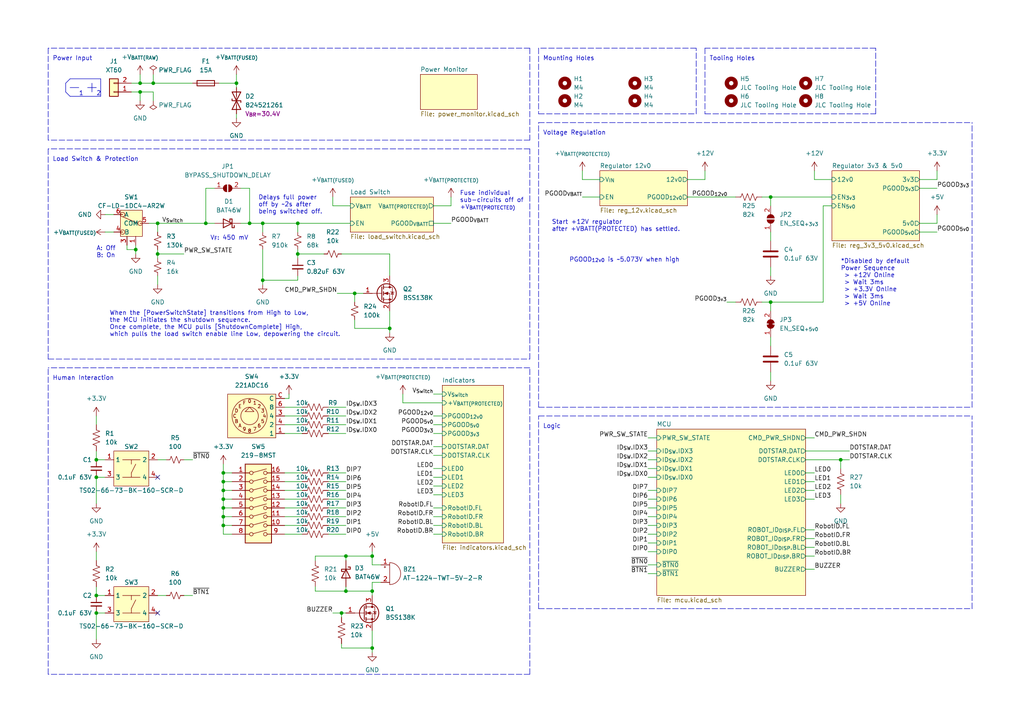
<source format=kicad_sch>
(kicad_sch (version 20211123) (generator eeschema)
  (paper "A4")
  (title_block (title "Control") (date "2023-02-06") (rev "1.0.0") (company "The A-Team (RC SSL)") (comment 1 "W. Stuckey & R. Osawa"))
  (junction (at 64.77 147.32))
  (junction (at 107.95 171.45))
  (junction (at 40.64 24.13))
  (junction (at 100.33 161.29))
  (junction (at 45.72 73.66))
  (junction (at 72.39 64.77))
  (junction (at 68.58 24.13))
  (junction (at 39.37 72.39))
  (junction (at 107.95 161.29))
  (junction (at 64.77 149.86))
  (junction (at 76.2 64.77))
  (junction (at 40.64 26.67))
  (junction (at 99.06 177.8))
  (junction (at 243.84 133.35))
  (junction (at 64.77 152.4))
  (junction (at 76.2 81.28))
  (junction (at 107.95 187.96))
  (junction (at 44.45 24.13))
  (junction (at 64.77 139.7))
  (junction (at 113.03 95.25))
  (junction (at 59.69 64.77))
  (junction (at 27.94 177.8))
  (junction (at 102.87 85.09))
  (junction (at 223.52 87.63))
  (junction (at 27.94 172.72))
  (junction (at 27.94 138.43))
  (junction (at 27.94 133.35))
  (junction (at 86.36 73.66))
  (junction (at 100.33 171.45))
  (junction (at 45.72 64.77))
  (junction (at 223.52 57.15))
  (junction (at 64.77 144.78))
  (junction (at 64.77 137.16))
  (junction (at 86.36 64.77))
  (junction (at 64.77 142.24))
  (no_connect (at 45.72 138.43))
  (no_connect (at 45.72 177.8))
  (wire (pts (xy 128.27 152.4) (xy 125.73 152.4)))
  (wire (pts (xy 243.84 133.35) (xy 246.38 133.35)))
  (wire (pts (xy 55.88 24.13) (xy 44.45 24.13)))
  (wire (pts (xy 236.22 52.07) (xy 241.3 52.07)))
  (wire (pts (xy 107.95 171.45) (xy 107.95 172.72)))
  (wire (pts (xy 125.73 59.69) (xy 130.81 59.69)))
  (wire (pts (xy 199.39 57.15) (xy 213.36 57.15)))
  (wire (pts (xy 45.72 172.72) (xy 48.26 172.72)))
  (wire (pts (xy 27.94 138.43) (xy 30.48 138.43)))
  (polyline (pts (xy 281.94 176.53) (xy 281.94 120.65)) (stroke (width 0) (type dash)))
  (wire (pts (xy 233.68 153.67) (xy 236.22 153.67)))
  (polyline (pts (xy 153.67 13.97) (xy 153.67 40.64)) (stroke (width 0) (type dash)))
  (wire (pts (xy 233.68 144.78) (xy 236.22 144.78)))
  (wire (pts (xy 83.82 114.3) (xy 83.82 115.57)))
  (wire (pts (xy 220.98 87.63) (xy 223.52 87.63)))
  (wire (pts (xy 113.03 95.25) (xy 113.03 96.52)))
  (wire (pts (xy 223.52 57.15) (xy 223.52 59.69)))
  (wire (pts (xy 187.96 154.94) (xy 190.5 154.94)))
  (polyline (pts (xy 29.21 22.86) (xy 20.32 22.86)) (stroke (width 0) (type solid)))
  (wire (pts (xy 45.72 73.66) (xy 45.72 74.93)))
  (polyline (pts (xy 153.67 43.18) (xy 13.97 43.18)) (stroke (width 0) (type dash)))
  (wire (pts (xy 266.7 54.61) (xy 271.78 54.61)))
  (wire (pts (xy 128.27 135.89) (xy 125.73 135.89)))
  (wire (pts (xy 99.06 73.66) (xy 113.03 73.66)))
  (wire (pts (xy 82.55 120.65) (xy 87.63 120.65)))
  (wire (pts (xy 128.27 132.08) (xy 125.73 132.08)))
  (wire (pts (xy 43.18 64.77) (xy 45.72 64.77)))
  (wire (pts (xy 64.77 154.94) (xy 67.31 154.94)))
  (polyline (pts (xy 19.05 26.67) (xy 20.32 27.94)) (stroke (width 0) (type solid)))
  (wire (pts (xy 40.64 21.59) (xy 40.64 24.13)))
  (wire (pts (xy 95.25 152.4) (xy 100.33 152.4)))
  (polyline (pts (xy 156.21 118.11) (xy 156.21 35.56)) (stroke (width 0) (type dash)))
  (wire (pts (xy 223.52 57.15) (xy 241.3 57.15)))
  (wire (pts (xy 199.39 52.07) (xy 204.47 52.07)))
  (wire (pts (xy 27.94 172.72) (xy 30.48 172.72)))
  (wire (pts (xy 86.36 73.66) (xy 86.36 74.93)))
  (polyline (pts (xy 153.67 13.97) (xy 13.97 13.97)) (stroke (width 0) (type dash)))
  (wire (pts (xy 110.49 168.91) (xy 107.95 168.91)))
  (wire (pts (xy 125.73 120.65) (xy 128.27 120.65)))
  (wire (pts (xy 210.82 87.63) (xy 213.36 87.63)))
  (wire (pts (xy 82.55 139.7) (xy 87.63 139.7)))
  (wire (pts (xy 187.96 138.43) (xy 190.5 138.43)))
  (wire (pts (xy 187.96 157.48) (xy 190.5 157.48)))
  (wire (pts (xy 233.68 161.29) (xy 236.22 161.29)))
  (wire (pts (xy 27.94 177.8) (xy 27.94 185.42)))
  (wire (pts (xy 68.58 21.59) (xy 68.58 24.13)))
  (wire (pts (xy 64.77 137.16) (xy 67.31 137.16)))
  (wire (pts (xy 30.48 67.31) (xy 33.02 67.31)))
  (polyline (pts (xy 156.21 35.56) (xy 281.94 35.56)) (stroke (width 0) (type dash)))
  (wire (pts (xy 91.44 171.45) (xy 100.33 171.45)))
  (wire (pts (xy 266.7 67.31) (xy 271.78 67.31)))
  (wire (pts (xy 95.25 154.94) (xy 100.33 154.94)))
  (polyline (pts (xy 13.97 13.97) (xy 13.97 40.64)) (stroke (width 0) (type dash)))
  (polyline (pts (xy 201.93 13.97) (xy 156.21 13.97)) (stroke (width 0) (type dash)))
  (wire (pts (xy 82.55 144.78) (xy 87.63 144.78)))
  (polyline (pts (xy 156.21 118.11) (xy 281.94 118.11)) (stroke (width 0) (type dash)))
  (wire (pts (xy 38.1 24.13) (xy 40.64 24.13)))
  (wire (pts (xy 86.36 72.39) (xy 86.36 73.66)))
  (wire (pts (xy 113.03 90.17) (xy 113.03 95.25)))
  (wire (pts (xy 128.27 147.32) (xy 125.73 147.32)))
  (wire (pts (xy 266.7 52.07) (xy 271.78 52.07)))
  (wire (pts (xy 64.77 142.24) (xy 67.31 142.24)))
  (wire (pts (xy 102.87 92.71) (xy 102.87 95.25)))
  (wire (pts (xy 86.36 73.66) (xy 93.98 73.66)))
  (wire (pts (xy 125.73 125.73) (xy 128.27 125.73)))
  (wire (pts (xy 187.96 130.81) (xy 190.5 130.81)))
  (wire (pts (xy 96.52 177.8) (xy 99.06 177.8)))
  (wire (pts (xy 204.47 49.53) (xy 204.47 52.07)))
  (wire (pts (xy 44.45 29.21) (xy 44.45 26.67)))
  (wire (pts (xy 69.85 64.77) (xy 72.39 64.77)))
  (wire (pts (xy 45.72 80.01) (xy 45.72 82.55)))
  (wire (pts (xy 44.45 21.59) (xy 44.45 24.13)))
  (wire (pts (xy 82.55 137.16) (xy 87.63 137.16)))
  (wire (pts (xy 95.25 139.7) (xy 100.33 139.7)))
  (wire (pts (xy 128.27 149.86) (xy 125.73 149.86)))
  (wire (pts (xy 30.48 62.23) (xy 33.02 62.23)))
  (polyline (pts (xy 153.67 40.64) (xy 13.97 40.64)) (stroke (width 0) (type dash)))
  (wire (pts (xy 99.06 177.8) (xy 100.33 177.8)))
  (wire (pts (xy 64.77 142.24) (xy 64.77 144.78)))
  (wire (pts (xy 38.1 26.67) (xy 40.64 26.67)))
  (wire (pts (xy 76.2 81.28) (xy 86.36 81.28)))
  (polyline (pts (xy 13.97 195.58) (xy 13.97 106.68)) (stroke (width 0) (type dash)))
  (wire (pts (xy 27.94 130.81) (xy 27.94 133.35)))
  (polyline (pts (xy 201.93 33.02) (xy 201.93 13.97)) (stroke (width 0) (type dash)))
  (wire (pts (xy 113.03 73.66) (xy 113.03 80.01)))
  (wire (pts (xy 187.96 147.32) (xy 190.5 147.32)))
  (wire (pts (xy 40.64 26.67) (xy 40.64 29.21)))
  (wire (pts (xy 62.23 54.61) (xy 59.69 54.61)))
  (wire (pts (xy 95.25 120.65) (xy 100.33 120.65)))
  (wire (pts (xy 168.91 57.15) (xy 173.99 57.15)))
  (wire (pts (xy 27.94 170.18) (xy 27.94 172.72)))
  (wire (pts (xy 187.96 144.78) (xy 190.5 144.78)))
  (polyline (pts (xy 204.47 13.97) (xy 204.47 33.02)) (stroke (width 0) (type dash)))
  (wire (pts (xy 107.95 187.96) (xy 107.95 189.23)))
  (wire (pts (xy 69.85 54.61) (xy 72.39 54.61)))
  (wire (pts (xy 128.27 116.84) (xy 116.84 116.84)))
  (wire (pts (xy 223.52 67.31) (xy 223.52 69.85)))
  (wire (pts (xy 95.25 149.86) (xy 100.33 149.86)))
  (wire (pts (xy 91.44 170.18) (xy 91.44 171.45)))
  (wire (pts (xy 223.52 77.47) (xy 223.52 80.01)))
  (polyline (pts (xy 13.97 104.14) (xy 153.67 104.14)) (stroke (width 0) (type dash)))
  (wire (pts (xy 63.5 24.13) (xy 68.58 24.13)))
  (wire (pts (xy 190.5 163.83) (xy 187.96 163.83)))
  (wire (pts (xy 107.95 168.91) (xy 107.95 171.45)))
  (polyline (pts (xy 156.21 176.53) (xy 156.21 120.65)) (stroke (width 0) (type dash)))
  (wire (pts (xy 233.68 137.16) (xy 236.22 137.16)))
  (wire (pts (xy 39.37 71.12) (xy 39.37 72.39)))
  (wire (pts (xy 45.72 133.35) (xy 48.26 133.35)))
  (wire (pts (xy 82.55 152.4) (xy 87.63 152.4)))
  (wire (pts (xy 187.96 160.02) (xy 190.5 160.02)))
  (polyline (pts (xy 22.86 25.4) (xy 20.32 25.4)) (stroke (width 0) (type solid)))
  (wire (pts (xy 27.94 138.43) (xy 27.94 146.05)))
  (wire (pts (xy 223.52 87.63) (xy 223.52 90.17)))
  (wire (pts (xy 27.94 160.02) (xy 27.94 162.56)))
  (wire (pts (xy 130.81 57.15) (xy 130.81 59.69)))
  (wire (pts (xy 40.64 24.13) (xy 44.45 24.13)))
  (wire (pts (xy 96.52 57.15) (xy 96.52 59.69)))
  (wire (pts (xy 95.25 137.16) (xy 100.33 137.16)))
  (wire (pts (xy 238.76 59.69) (xy 238.76 87.63)))
  (wire (pts (xy 27.94 120.65) (xy 27.94 123.19)))
  (polyline (pts (xy 254 33.02) (xy 254 13.97)) (stroke (width 0) (type dash)))
  (wire (pts (xy 82.55 118.11) (xy 87.63 118.11)))
  (wire (pts (xy 271.78 64.77) (xy 271.78 62.23)))
  (wire (pts (xy 102.87 85.09) (xy 105.41 85.09)))
  (wire (pts (xy 233.68 142.24) (xy 236.22 142.24)))
  (polyline (pts (xy 26.67 24.13) (xy 26.67 26.67)) (stroke (width 0) (type solid)))
  (wire (pts (xy 236.22 165.1) (xy 233.68 165.1)))
  (wire (pts (xy 187.96 149.86) (xy 190.5 149.86)))
  (wire (pts (xy 59.69 64.77) (xy 62.23 64.77)))
  (wire (pts (xy 168.91 52.07) (xy 173.99 52.07)))
  (polyline (pts (xy 153.67 195.58) (xy 13.97 195.58)) (stroke (width 0) (type dash)))
  (wire (pts (xy 187.96 152.4) (xy 190.5 152.4)))
  (wire (pts (xy 91.44 161.29) (xy 100.33 161.29)))
  (wire (pts (xy 107.95 182.88) (xy 107.95 187.96)))
  (wire (pts (xy 190.5 166.37) (xy 187.96 166.37)))
  (wire (pts (xy 100.33 171.45) (xy 107.95 171.45)))
  (polyline (pts (xy 153.67 195.58) (xy 153.67 106.68)) (stroke (width 0) (type dash)))
  (wire (pts (xy 27.94 133.35) (xy 30.48 133.35)))
  (wire (pts (xy 187.96 127) (xy 190.5 127)))
  (polyline (pts (xy 29.21 27.94) (xy 20.32 27.94)) (stroke (width 0) (type solid)))
  (polyline (pts (xy 20.32 22.86) (xy 19.05 24.13)) (stroke (width 0) (type solid)))
  (wire (pts (xy 64.77 144.78) (xy 67.31 144.78)))
  (wire (pts (xy 95.25 144.78) (xy 100.33 144.78)))
  (wire (pts (xy 233.68 127) (xy 236.22 127)))
  (wire (pts (xy 36.83 72.39) (xy 39.37 72.39)))
  (wire (pts (xy 107.95 160.02) (xy 107.95 161.29)))
  (polyline (pts (xy 281.94 118.11) (xy 281.94 35.56)) (stroke (width 0) (type dash)))
  (wire (pts (xy 64.77 152.4) (xy 67.31 152.4)))
  (wire (pts (xy 100.33 161.29) (xy 107.95 161.29)))
  (wire (pts (xy 40.64 26.67) (xy 44.45 26.67)))
  (wire (pts (xy 82.55 147.32) (xy 87.63 147.32)))
  (wire (pts (xy 45.72 73.66) (xy 53.34 73.66)))
  (wire (pts (xy 64.77 149.86) (xy 64.77 152.4)))
  (wire (pts (xy 39.37 72.39) (xy 39.37 73.66)))
  (wire (pts (xy 99.06 179.07) (xy 99.06 177.8)))
  (wire (pts (xy 64.77 139.7) (xy 64.77 142.24)))
  (wire (pts (xy 95.25 118.11) (xy 100.33 118.11)))
  (polyline (pts (xy 13.97 43.18) (xy 13.97 104.14)) (stroke (width 0) (type dash)))
  (wire (pts (xy 68.58 33.02) (xy 68.58 34.29)))
  (wire (pts (xy 128.27 140.97) (xy 125.73 140.97)))
  (wire (pts (xy 64.77 134.62) (xy 64.77 137.16)))
  (wire (pts (xy 64.77 137.16) (xy 64.77 139.7)))
  (wire (pts (xy 233.68 156.21) (xy 236.22 156.21)))
  (wire (pts (xy 53.34 133.35) (xy 55.88 133.35)))
  (wire (pts (xy 223.52 107.95) (xy 223.52 110.49)))
  (polyline (pts (xy 156.21 13.97) (xy 156.21 33.02)) (stroke (width 0) (type dash)))
  (wire (pts (xy 59.69 54.61) (xy 59.69 64.77)))
  (wire (pts (xy 125.73 114.3) (xy 128.27 114.3)))
  (wire (pts (xy 76.2 64.77) (xy 86.36 64.77)))
  (wire (pts (xy 128.27 138.43) (xy 125.73 138.43)))
  (wire (pts (xy 236.22 49.53) (xy 236.22 52.07)))
  (wire (pts (xy 107.95 161.29) (xy 107.95 163.83)))
  (wire (pts (xy 64.77 144.78) (xy 64.77 147.32)))
  (wire (pts (xy 220.98 57.15) (xy 223.52 57.15)))
  (wire (pts (xy 271.78 52.07) (xy 271.78 49.53)))
  (polyline (pts (xy 29.21 22.86) (xy 29.21 27.94)) (stroke (width 0) (type solid)))
  (wire (pts (xy 86.36 64.77) (xy 86.36 67.31)))
  (wire (pts (xy 168.91 49.53) (xy 168.91 52.07)))
  (wire (pts (xy 243.84 143.51) (xy 243.84 146.05)))
  (wire (pts (xy 233.68 133.35) (xy 243.84 133.35)))
  (wire (pts (xy 91.44 162.56) (xy 91.44 161.29)))
  (wire (pts (xy 233.68 139.7) (xy 236.22 139.7)))
  (polyline (pts (xy 153.67 106.68) (xy 13.97 106.68)) (stroke (width 0) (type dash)))
  (wire (pts (xy 76.2 81.28) (xy 76.2 82.55)))
  (wire (pts (xy 107.95 163.83) (xy 110.49 163.83)))
  (wire (pts (xy 128.27 154.94) (xy 125.73 154.94)))
  (wire (pts (xy 96.52 59.69) (xy 101.6 59.69)))
  (wire (pts (xy 116.84 116.84) (xy 116.84 114.3)))
  (wire (pts (xy 86.36 80.01) (xy 86.36 81.28)))
  (wire (pts (xy 82.55 125.73) (xy 87.63 125.73)))
  (wire (pts (xy 99.06 186.69) (xy 99.06 187.96)))
  (polyline (pts (xy 156.21 176.53) (xy 281.94 176.53)) (stroke (width 0) (type dash)))
  (wire (pts (xy 27.94 177.8) (xy 30.48 177.8)))
  (wire (pts (xy 100.33 170.18) (xy 100.33 171.45)))
  (wire (pts (xy 76.2 72.39) (xy 76.2 81.28)))
  (wire (pts (xy 95.25 123.19) (xy 100.33 123.19)))
  (wire (pts (xy 95.25 142.24) (xy 100.33 142.24)))
  (wire (pts (xy 233.68 130.81) (xy 246.38 130.81)))
  (wire (pts (xy 72.39 64.77) (xy 76.2 64.77)))
  (polyline (pts (xy 156.21 33.02) (xy 201.93 33.02)) (stroke (width 0) (type dash)))
  (wire (pts (xy 125.73 123.19) (xy 128.27 123.19)))
  (wire (pts (xy 187.96 133.35) (xy 190.5 133.35)))
  (wire (pts (xy 82.55 123.19) (xy 87.63 123.19)))
  (wire (pts (xy 72.39 54.61) (xy 72.39 64.77)))
  (polyline (pts (xy 27.94 25.4) (xy 25.4 25.4)) (stroke (width 0) (type solid)))
  (wire (pts (xy 187.96 135.89) (xy 190.5 135.89)))
  (wire (pts (xy 102.87 85.09) (xy 102.87 87.63)))
  (wire (pts (xy 86.36 64.77) (xy 101.6 64.77)))
  (wire (pts (xy 45.72 72.39) (xy 45.72 73.66)))
  (wire (pts (xy 100.33 162.56) (xy 100.33 161.29)))
  (wire (pts (xy 223.52 87.63) (xy 238.76 87.63)))
  (wire (pts (xy 99.06 187.96) (xy 107.95 187.96)))
  (wire (pts (xy 64.77 147.32) (xy 67.31 147.32)))
  (wire (pts (xy 95.25 125.73) (xy 100.33 125.73)))
  (polyline (pts (xy 254 13.97) (xy 204.47 13.97)) (stroke (width 0) (type dash)))
  (wire (pts (xy 125.73 64.77) (xy 130.81 64.77)))
  (wire (pts (xy 243.84 133.35) (xy 243.84 135.89)))
  (wire (pts (xy 128.27 129.54) (xy 125.73 129.54)))
  (wire (pts (xy 82.55 115.57) (xy 83.82 115.57)))
  (polyline (pts (xy 153.67 104.14) (xy 153.67 43.18)) (stroke (width 0) (type dash)))
  (wire (pts (xy 45.72 64.77) (xy 59.69 64.77)))
  (wire (pts (xy 64.77 149.86) (xy 67.31 149.86)))
  (wire (pts (xy 233.68 158.75) (xy 236.22 158.75)))
  (wire (pts (xy 76.2 64.77) (xy 76.2 67.31)))
  (wire (pts (xy 64.77 152.4) (xy 64.77 154.94)))
  (wire (pts (xy 223.52 97.79) (xy 223.52 100.33)))
  (polyline (pts (xy 19.05 24.13) (xy 19.05 26.67)) (stroke (width 0) (type solid)))
  (wire (pts (xy 95.25 147.32) (xy 100.33 147.32)))
  (wire (pts (xy 187.96 142.24) (xy 190.5 142.24)))
  (wire (pts (xy 64.77 147.32) (xy 64.77 149.86)))
  (wire (pts (xy 82.55 149.86) (xy 87.63 149.86)))
  (wire (pts (xy 128.27 143.51) (xy 125.73 143.51)))
  (wire (pts (xy 82.55 154.94) (xy 87.63 154.94)))
  (wire (pts (xy 97.79 85.09) (xy 102.87 85.09)))
  (polyline (pts (xy 204.47 33.02) (xy 254 33.02)) (stroke (width 0) (type dash)))
  (wire (pts (xy 53.34 172.72) (xy 55.88 172.72)))
  (wire (pts (xy 266.7 64.77) (xy 271.78 64.77)))
  (wire (pts (xy 64.77 139.7) (xy 67.31 139.7)))
  (polyline (pts (xy 156.21 120.65) (xy 281.94 120.65)) (stroke (width 0) (type dash)))
  (wire (pts (xy 36.83 71.12) (xy 36.83 72.39)))
  (wire (pts (xy 45.72 64.77) (xy 45.72 67.31)))
  (wire (pts (xy 102.87 95.25) (xy 113.03 95.25)))
  (wire (pts (xy 82.55 142.24) (xy 87.63 142.24)))
  (wire (pts (xy 238.76 59.69) (xy 241.3 59.69)))
  (wire (pts (xy 68.58 25.4) (xy 68.58 24.13)))
  (text "V_{F}: 450 mV" (at 60.96 69.85 0) (effects (font (size 1.27 1.27)) (justify left bottom)))
  (text "Fuse individual\nsub-circuits off of\n+V_{BATT(PROTECTED)}" (at 133.35 60.96 0) (effects (font (size 1.27 1.27)) (justify left bottom)))
  (text "Voltage Regulation" (at 157.48 39.37 0) (effects (font (size 1.27 1.27)) (justify left bottom)))
  (text "When the [PowerSwitchState] transitions from High to Low,\nthe MCU initiates the shutdown sequence.\nOnce complete, the MCU pulls [ShutdownComplete] High,\nwhich pulls the load switch enable line Low, depowering the circuit." (at 31.75 97.79 0) (effects (font (size 1.27 1.27)) (justify left bottom)))
  (text "A: Off\nB: On" (at 27.94 74.93 0) (effects (font (size 1.27 1.27)) (justify left bottom)))
  (text "Load Switch & Protection" (at 15.24 46.99 0) (effects (font (size 1.27 1.27)) (justify left bottom)))
  (text "Tooling Holes" (at 205.74 17.78 0) (effects (font (size 1.27 1.27)) (justify left bottom)))
  (text "Logic" (at 157.48 124.46 0) (effects (font (size 1.27 1.27)) (justify left bottom)))
  (text "PGOOD_{12v0} is ~5.073V when high" (at 165.1 76.2 0) (effects (font (size 1.27 1.27)) (justify left bottom)))
  (text "2" (at 27.94 27.94 0) (effects (font (size 1.27 1.27)) (justify left bottom)))
  (text "Start +12V regulator\nafter +VBATT(PROTECTED) has settled." (at 160.02 67.31 0) (effects (font (size 1.27 1.27)) (justify left bottom)))
  (text "1" (at 22.86 27.94 0) (effects (font (size 1.27 1.27)) (justify left bottom)))
  (text "Human Interaction" (at 15.24 110.49 0) (effects (font (size 1.27 1.27)) (justify left bottom)))
  (text "Mounting Holes" (at 157.48 17.78 0) (effects (font (size 1.27 1.27)) (justify left bottom)))
  (text "*Disabled by default\nPower Sequence\n > +12V Online\n > Wait 3ms\n > +3.3V Online\n > Wait 3ms\n > +5V Online" (at 243.84 88.9 0) (effects (font (size 1.27 1.27)) (justify left bottom)))
  (text "Power Input" (at 15.24 17.78 0) (effects (font (size 1.27 1.27)) (justify left bottom)))
  (text "Delays full power\noff by ~2s after\nbeing switched off." (at 74.93 62.23 0) (effects (font (size 1.27 1.27)) (justify left bottom)))
  (label "RobotID.FL" (at 125.73 147.32 180))
  (label "CMD_PWR_SHDN" (at 236.22 127 0))
  (label "DIP2" (at 187.96 154.94 180))
  (label "LED1" (at 125.73 138.43 180))
  (label "RobotID.FR" (at 125.73 149.86 180))
  (label "ID_{SW}.IDX3" (at 100.33 118.11 0))
  (label "PWR_SW_STATE" (at 53.34 73.66 0))
  (label "DIP0" (at 187.96 160.02 180))
  (label "PGOOD_{VBATT}" (at 130.81 64.77 0))
  (label "RobotID.BL" (at 125.73 152.4 180))
  (label "~{BTN1}" (at 187.96 166.37 180))
  (label "BUZZER" (at 96.52 177.8 180))
  (label "DIP5" (at 187.96 147.32 180))
  (label "DIP3" (at 187.96 152.4 180))
  (label "DIP4" (at 187.96 149.86 180))
  (label "PGOOD_{3v3}" (at 125.73 125.73 180))
  (label "PGOOD_{12v0}" (at 125.73 120.65 180))
  (label "DIP5" (at 100.33 142.24 0))
  (label "V_{Switch}" (at 46.99 64.77 0))
  (label "DOTSTAR.CLK" (at 246.38 133.35 0))
  (label "DIP3" (at 100.33 147.32 0))
  (label "DIP6" (at 100.33 139.7 0))
  (label "RobotID.BR" (at 236.22 161.29 0))
  (label "DIP1" (at 100.33 152.4 0))
  (label "PGOOD_{5v0}" (at 125.73 123.19 180))
  (label "DIP7" (at 100.33 137.16 0))
  (label "LED2" (at 125.73 140.97 180))
  (label "LED3" (at 236.22 144.78 0))
  (label "~{BTN0}" (at 187.96 163.83 180))
  (label "ID_{SW}.IDX2" (at 187.96 133.35 180))
  (label "LED2" (at 236.22 142.24 0))
  (label "ID_{SW}.IDX1" (at 187.96 135.89 180))
  (label "~{BTN1}" (at 55.88 172.72 0))
  (label "DIP1" (at 187.96 157.48 180))
  (label "LED0" (at 125.73 135.89 180))
  (label "ID_{SW}.IDX2" (at 100.33 120.65 0))
  (label "DIP0" (at 100.33 154.94 0))
  (label "RobotID.FR" (at 236.22 156.21 0))
  (label "DOTSTAR.CLK" (at 125.73 132.08 180))
  (label "PWR_SW_STATE" (at 187.96 127 180))
  (label "RobotID.BL" (at 236.22 158.75 0))
  (label "CMD_PWR_SHDN" (at 97.79 85.09 180))
  (label "V_{Switch}" (at 125.73 114.3 180))
  (label "DIP7" (at 187.96 142.24 180))
  (label "ID_{SW}.IDX3" (at 187.96 130.81 180))
  (label "BUZZER" (at 236.22 165.1 0))
  (label "ID_{SW}.IDX0" (at 187.96 138.43 180))
  (label "PGOOD_{5v0}" (at 271.78 67.31 0))
  (label "ID_{SW}.IDX0" (at 100.33 125.73 0))
  (label "DOTSTAR.DAT" (at 125.73 129.54 180))
  (label "RobotID.FL" (at 236.22 153.67 0))
  (label "PGOOD_{3v3}" (at 271.78 54.61 0))
  (label "PGOOD_{3v3}" (at 210.82 87.63 180))
  (label "~{BTN0}" (at 55.88 133.35 0))
  (label "DIP2" (at 100.33 149.86 0))
  (label "LED0" (at 236.22 137.16 0))
  (label "DIP6" (at 187.96 144.78 180))
  (label "DOTSTAR.DAT" (at 246.38 130.81 0))
  (label "PGOOD_{12v0}" (at 200.66 57.15 0))
  (label "RobotID.BR" (at 125.73 154.94 180))
  (label "PGOOD_{VBATT}" (at 168.91 57.15 180))
  (label "LED1" (at 236.22 139.7 0))
  (label "DIP4" (at 100.33 144.78 0))
  (label "ID_{SW}.IDX1" (at 100.33 123.19 0))
  (label "LED3" (at 125.73 143.51 180))
  (symbol (lib_id "AT-Supplies:+V_{BATT(FUSED)}") (at 30.48 67.31 90) (unit 1) (in_bom no) (on_board no)
    (property "Reference" "#PWR06" (effects hide))
    (property "Value" "+V_{BATT(FUSED)}" (at 27.94 67.3079 90) (effects (justify left)))
  )
  (symbol (lib_id "power:+12V") (at 204.47 49.53 0) (unit 1)
    (property "Reference" "#PWR023" (effects hide))
    (property "Value" "+12V" (at 204.47 44.45 0))
  )
  (symbol (lib_id "Device:R_US") (at 91.44 123.19 270) (unit 1)
    (property "Reference" "R11" (at 96.52 121.92 90))
    (property "Value" "10k" (at 87.63 121.92 90))
    (property "Footprint" "Resistor_SMD:R_0402_1005Metric" (effects hide))
  )
  (symbol (lib_id "Device:R_Small_US") (at 45.72 69.85 180) (unit 1)
    (property "Reference" "R3" (at 48.26 68.5799 0) (effects (justify right)))
    (property "Value" "130k" (at 48.26 71.1199 0) (effects (justify right)))
    (property "Footprint" "Resistor_SMD:R_0402_1005Metric" (effects hide))
  )
  (symbol (lib_id "power:GND") (at 27.94 146.05 0) (unit 1)
    (property "Reference" "#PWR02" (effects hide))
    (property "Value" "GND" (at 27.94 151.13 0))
  )
  (symbol (lib_id "Mechanical:MountingHole") (at 163.83 24.13 0) (unit 1) (in_bom no)
    (property "Reference" "H1" (at 166.37 22.8599 0) (effects (justify left)))
    (property "Value" "M4" (at 166.37 25.3999 0) (effects (justify left)))
    (property "Footprint" "MountingHole:MountingHole_4.3mm_M4" (effects hide))
  )
  (symbol (lib_id "Connector_Generic:Conn_01x02") (at 33.02 26.67 180) (unit 1)
    (property "Reference" "J1" (at 33.02 17.78 0))
    (property "Value" "XT60" (at 33.02 20.32 0))
    (property "Footprint" "Connector_AMASS:AMASS_XT60-M_1x02_P7.20mm_Vertical" (effects hide))
  )
  (symbol (lib_id "power:+5V") (at 271.78 62.23 0) (unit 1)
    (property "Reference" "#PWR029" (effects hide))
    (property "Value" "+5V" (at 271.78 57.15 0))
  )
  (symbol (lib_id "Device:R_US") (at 91.44 137.16 270) (unit 1)
    (property "Reference" "R13" (at 96.52 135.89 90))
    (property "Value" "10k" (at 87.63 135.89 90))
    (property "Footprint" "Resistor_SMD:R_0402_1005Metric" (effects hide))
  )
  (symbol (lib_id "Jumper:SolderJumper_2_Bridged") (at 223.52 93.98 90) (unit 1) (in_bom no)
    (property "Reference" "JP3" (at 226.06 92.7099 90) (effects (justify right)))
    (property "Value" "EN_SEQ_{+5v0}" (at 226.06 95.2499 90) (effects (justify right)))
    (property "Footprint" "AT-BoardFeatures:SolderJumper-2_2.0x1.2mm_Closed" (effects hide))
  )
  (symbol (lib_id "power:+3.3V") (at 271.78 49.53 0) (unit 1)
    (property "Reference" "#PWR028" (effects hide))
    (property "Value" "+3.3V" (at 271.78 44.45 0))
  )
  (symbol (lib_id "Mechanical:MountingHole") (at 233.68 29.21 0) (unit 1) (in_bom no)
    (property "Reference" "H8" (at 236.22 27.9399 0) (effects (justify left)))
    (property "Value" "JLC Tooling Hole" (at 236.22 30.4799 0) (effects (justify left)))
    (property "Footprint" "AT-BoardFeatures:JLCPCB_ToolingHole_D1.152mm" (effects hide))
  )
  (symbol (lib_id "power:GND") (at 39.37 73.66 0) (unit 1)
    (property "Reference" "#PWR07" (effects hide))
    (property "Value" "GND" (at 39.37 78.74 0))
  )
  (symbol (lib_id "Mechanical:MountingHole") (at 163.83 29.21 0) (unit 1) (in_bom no)
    (property "Reference" "H2" (at 166.37 27.9399 0) (effects (justify left)))
    (property "Value" "M4" (at 166.37 30.4799 0) (effects (justify left)))
    (property "Footprint" "MountingHole:MountingHole_4.3mm_M4" (effects hide))
  )
  (symbol (lib_id "Device:R_Small_US") (at 76.2 69.85 0) (unit 1)
    (property "Reference" "R7" (at 78.74 68.5799 0) (effects (justify left)))
    (property "Value" "910k" (at 78.74 71.1199 0) (effects (justify left)))
    (property "Footprint" "Resistor_SMD:R_0402_1005Metric" (effects hide))
  )
  (symbol (lib_id "Device:R_US") (at 243.84 139.7 180) (unit 1)
    (property "Reference" "R27" (at 246.38 138.4299 0) (effects (justify right)))
    (property "Value" "10k" (at 246.38 140.9699 0) (effects (justify right)))
    (property "Footprint" "Resistor_SMD:R_0402_1005Metric" (effects hide))
  )
  (symbol (lib_id "power:GND") (at 223.52 80.01 0) (unit 1)
    (property "Reference" "#PWR024" (effects hide))
    (property "Value" "GND" (at 223.52 85.09 0))
  )
  (symbol (lib_id "Device:R_US") (at 217.17 87.63 270) (unit 1)
    (property "Reference" "R26" (at 217.17 90.17 90))
    (property "Value" "82k" (at 217.17 92.71 90))
    (property "Footprint" "Resistor_SMD:R_0402_1005Metric" (effects hide))
  )
  (symbol (lib_id "Device:R_US") (at 91.44 152.4 270) (unit 1)
    (property "Reference" "R19" (at 96.52 151.13 90))
    (property "Value" "10k" (at 87.63 151.13 90))
    (property "Footprint" "Resistor_SMD:R_0402_1005Metric" (effects hide))
  )
  (symbol (lib_id "power:GND") (at 30.48 62.23 270) (unit 1)
    (property "Reference" "#PWR05" (effects hide))
    (property "Value" "GND" (at 26.67 62.2299 90) (effects (justify right)))
  )
  (symbol (lib_id "AT-Supplies:+V_{BATT(FUSED)}") (at 96.52 57.15 0) (unit 1) (in_bom no) (on_board no)
    (property "Reference" "#PWR016" (effects hide))
    (property "Value" "+V_{BATT(FUSED)}" (at 96.522 52.07 0))
  )
  (symbol (lib_id "Device:R_Small_US") (at 96.52 73.66 90) (unit 1)
    (property "Reference" "R22" (at 96.52 67.31 90))
    (property "Value" "10k" (at 96.52 69.85 90))
    (property "Footprint" "Resistor_SMD:R_0402_1005Metric" (effects hide))
  )
  (symbol (lib_id "Mechanical:MountingHole") (at 212.09 24.13 0) (unit 1) (in_bom no)
    (property "Reference" "H5" (at 214.63 22.8599 0) (effects (justify left)))
    (property "Value" "JLC Tooling Hole" (at 214.63 25.3999 0) (effects (justify left)))
    (property "Footprint" "AT-BoardFeatures:JLCPCB_ToolingHole_D1.152mm" (effects hide))
  )
  (symbol (lib_id "power:GND") (at 223.52 110.49 0) (unit 1)
    (property "Reference" "#PWR025" (effects hide))
    (property "Value" "GND" (at 223.52 115.57 0))
  )
  (symbol (lib_id "Device:C") (at 223.52 73.66 0) (unit 1)
    (property "Reference" "C4" (at 227.33 72.3899 0) (effects (justify left)))
    (property "Value" "0.1uF 63V" (at 227.33 74.9299 0) (effects (justify left)))
    (property "Footprint" "Capacitor_SMD:C_0402_1005Metric" (effects hide))
  )
  (symbol (lib_id "Jumper:SolderJumper_2_Open") (at 66.04 54.61 0) (unit 1) (in_bom no)
    (property "Reference" "JP1" (at 66.04 48.26 0))
    (property "Value" "BYPASS_SHUTDOWN_DELAY" (at 66.04 50.8 0))
    (property "Footprint" "AT-BoardFeatures:SolderJumper-2_2.0x1.2mm_Open" (effects hide))
  )
  (symbol (lib_id "Device:R_Small_US") (at 102.87 90.17 0) (unit 1)
    (property "Reference" "R24" (at 105.41 88.8999 0) (effects (justify left)))
    (property "Value" "100k" (at 105.41 91.4399 0) (effects (justify left)))
    (property "Footprint" "Resistor_SMD:R_0402_1005Metric" (effects hide))
  )
  (symbol (lib_id "power:GND") (at 40.64 29.21 0) (unit 1)
    (property "Reference" "#PWR09" (effects hide))
    (property "Value" "GND" (at 40.64 34.29 0))
  )
  (symbol (lib_id "AT-Supplies:+V_{BATT(RAW)}") (at 40.64 21.59 0) (unit 1) (in_bom no) (on_board no)
    (property "Reference" "#PWR08" (effects hide))
    (property "Value" "+V_{BATT(RAW)}" (at 40.642 16.51 0))
  )
  (symbol (lib_id "Device:C_Small") (at 86.36 77.47 0) (unit 1)
    (property "Reference" "C3" (at 88.9 76.2062 0) (effects (justify left)))
    (property "Value" "0.82uF 63V" (at 88.9 78.7462 0) (effects (justify left)))
    (property "Footprint" "Capacitor_SMD:C_1206_3216Metric" (effects hide))
  )
  (symbol (lib_id "AT-Switches:SPST_12-34") (at 38.1 135.89 0) (unit 1)
    (property "Reference" "SW2" (at 38.1 129.54 0))
    (property "Value" "TS02-66-73-BK-160-SCR-D" (at 38.1 142.24 0))
    (property "Footprint" "AT-Switches:TS02-66-73-BK-160-SCR-D" (effects hide))
  )
  (symbol (lib_id "power:+5V") (at 107.95 160.02 0) (unit 1)
    (property "Reference" "#PWR017" (effects hide))
    (property "Value" "+5V" (at 107.95 154.94 0))
  )
  (symbol (lib_id "Switch:SW_DIP_x08") (at 74.93 147.32 0) (unit 1)
    (property "Reference" "SW5" (at 74.93 129.54 0))
    (property "Value" "219-8MST" (at 74.93 132.08 0))
    (property "Footprint" "AT-Switches:219-8MST" (effects hide))
  )
  (symbol (lib_id "power:GND") (at 243.84 146.05 0) (unit 1)
    (property "Reference" "#PWR027" (effects hide))
    (property "Value" "GND" (at 243.84 151.13 0))
  )
  (symbol (lib_id "Device:R_US") (at 91.44 120.65 270) (unit 1)
    (property "Reference" "R10" (at 96.52 119.38 90))
    (property "Value" "10k" (at 87.63 119.38 90))
    (property "Footprint" "Resistor_SMD:R_0402_1005Metric" (effects hide))
  )
  (symbol (lib_id "Mechanical:MountingHole") (at 184.15 29.21 0) (unit 1) (in_bom no)
    (property "Reference" "H4" (at 186.69 27.9399 0) (effects (justify left)))
    (property "Value" "M4" (at 186.69 30.4799 0) (effects (justify left)))
    (property "Footprint" "MountingHole:MountingHole_4.3mm_M4" (effects hide))
  )
  (symbol (lib_id "Device:Q_NMOS_GSD") (at 110.49 85.09 0) (unit 1)
    (property "Reference" "Q2" (at 116.84 83.8199 0) (effects (justify left)))
    (property "Value" "BSS138K" (at 116.84 86.3599 0) (effects (justify left)))
    (property "Footprint" "Package_TO_SOT_SMD:SOT-23" (effects hide))
  )
  (symbol (lib_id "Device:R_US") (at 99.06 182.88 180) (unit 1)
    (property "Reference" "R23" (at 101.6 181.6099 0) (effects (justify right)))
    (property "Value" "10k" (at 101.6 184.1499 0) (effects (justify right)))
    (property "Footprint" "Resistor_SMD:R_0402_1005Metric" (effects hide))
  )
  (symbol (lib_id "Device:R_US") (at 91.44 142.24 270) (unit 1)
    (property "Reference" "R15" (at 96.52 140.97 90))
    (property "Value" "10k" (at 87.63 140.97 90))
    (property "Footprint" "Resistor_SMD:R_0402_1005Metric" (effects hide))
  )
  (symbol (lib_id "Device:R_US") (at 27.94 166.37 180) (unit 1)
    (property "Reference" "R2" (at 30.48 165.0999 0) (effects (justify right)))
    (property "Value" "10k" (at 30.48 167.6399 0) (effects (justify right)))
    (property "Footprint" "Resistor_SMD:R_0402_1005Metric" (effects hide))
  )
  (symbol (lib_id "power:GND") (at 113.03 96.52 0) (unit 1)
    (property "Reference" "#PWR019" (effects hide))
    (property "Value" "GND" (at 113.03 101.6 0))
  )
  (symbol (lib_id "Device:Q_NMOS_GSD") (at 105.41 177.8 0) (unit 1)
    (property "Reference" "Q1" (at 111.76 176.5299 0) (effects (justify left)))
    (property "Value" "BSS138K" (at 111.76 179.0699 0) (effects (justify left)))
    (property "Footprint" "Package_TO_SOT_SMD:SOT-23" (effects hide))
  )
  (symbol (lib_id "Device:D_Schottky") (at 100.33 166.37 270) (unit 1)
    (property "Reference" "D3" (at 102.87 164.7824 90) (effects (justify left)))
    (property "Value" "BAT46W" (at 102.87 167.3224 90) (effects (justify left)))
    (property "Footprint" "Diode_SMD:D_SOD-123" (effects hide))
  )
  (symbol (lib_id "Device:R_US") (at 91.44 144.78 270) (unit 1)
    (property "Reference" "R16" (at 96.52 143.51 90))
    (property "Value" "10k" (at 87.63 143.51 90))
    (property "Footprint" "Resistor_SMD:R_0402_1005Metric" (effects hide))
  )
  (symbol (lib_id "AT-Switches:SPDT_CF-LD") (at 38.1 64.77 0) (mirror y) (unit 1)
    (property "Reference" "SW1" (at 38.1 57.15 0))
    (property "Value" "CF-LD-1DC4-AR2W" (at 38.1 59.69 0))
    (property "Footprint" "AT-Switches:CF-LD-1DC4-AR2W" (effects hide))
    (property "Datasheet" "https://www.digikey.com/en/products/detail/nidec-copal-electronics/CF-LD-1DC4-AR2W/6008985" (effects hide))
  )
  (symbol (lib_id "AT-Supplies:+V_{BATT(PROTECTED)}") (at 168.91 49.53 0) (unit 1) (in_bom no) (on_board no)
    (property "Reference" "#PWR022" (effects hide))
    (property "Value" "+V_{BATT(PROTECTED)}" (at 168.912 44.45 0))
  )
  (symbol (lib_id "AT-Supplies:+V_{BATT(PROTECTED)}") (at 130.81 57.15 0) (unit 1) (in_bom no) (on_board no)
    (property "Reference" "#PWR021" (effects hide))
    (property "Value" "+V_{BATT(PROTECTED)}" (at 130.812 52.07 0))
  )
  (symbol (lib_id "power:GND") (at 45.72 82.55 0) (unit 1)
    (property "Reference" "#PWR010" (effects hide))
    (property "Value" "GND" (at 45.72 87.63 0))
  )
  (symbol (lib_id "Device:R_Small_US") (at 50.8 133.35 90) (unit 1)
    (property "Reference" "R5" (at 50.8 127 90))
    (property "Value" "100" (at 50.8 129.54 90))
    (property "Footprint" "Resistor_SMD:R_0402_1005Metric" (effects hide))
  )
  (symbol (lib_id "power:+3.3V") (at 64.77 134.62 0) (unit 1)
    (property "Reference" "#PWR011" (effects hide))
    (property "Value" "+3.3V" (at 64.77 129.54 0))
  )
  (symbol (lib_id "Device:Fuse") (at 59.69 24.13 90) (unit 1)
    (property "Reference" "F1" (at 59.69 17.78 90))
    (property "Value" "15A" (at 59.69 20.32 90))
    (property "Footprint" "AT-Fuses:3557-2" (effects hide))
  )
  (symbol (lib_id "Device:C_Small") (at 27.94 135.89 0) (mirror y) (unit 1)
    (property "Reference" "C1" (at 26.67 133.35 0) (effects (justify left)))
    (property "Value" "0.1uF 63V" (at 26.67 138.43 0) (effects (justify left)))
    (property "Footprint" "Capacitor_SMD:C_0402_1005Metric" (effects hide))
  )
  (symbol (lib_id "Device:R_US") (at 91.44 125.73 270) (unit 1)
    (property "Reference" "R12" (at 96.52 124.46 90))
    (property "Value" "10k" (at 87.63 124.46 90))
    (property "Footprint" "Resistor_SMD:R_0402_1005Metric" (effects hide))
  )
  (symbol (lib_id "Mechanical:MountingHole") (at 184.15 24.13 0) (unit 1) (in_bom no)
    (property "Reference" "H3" (at 186.69 22.8599 0) (effects (justify left)))
    (property "Value" "M4" (at 186.69 25.3999 0) (effects (justify left)))
    (property "Footprint" "MountingHole:MountingHole_4.3mm_M4" (effects hide))
  )
  (symbol (lib_id "Device:R_Small_US") (at 86.36 69.85 0) (unit 1)
    (property "Reference" "R8" (at 88.9 68.5799 0) (effects (justify left)))
    (property "Value" "68k" (at 88.9 71.1199 0) (effects (justify left)))
    (property "Footprint" "Resistor_SMD:R_0402_1005Metric" (effects hide))
  )
  (symbol (lib_id "Device:C") (at 223.52 104.14 0) (unit 1)
    (property "Reference" "C5" (at 227.33 102.8699 0) (effects (justify left)))
    (property "Value" "0.1uF 63V" (at 227.33 105.4099 0) (effects (justify left)))
    (property "Footprint" "Capacitor_SMD:C_0402_1005Metric" (effects hide))
  )
  (symbol (lib_id "power:PWR_FLAG") (at 44.45 29.21 180) (unit 1)
    (property "Reference" "#FLG02" (effects hide))
    (property "Value" "PWR_FLAG" (at 50.8 30.48 0))
  )
  (symbol (lib_id "AT-Supplies:+V_{BATT(PROTECTED)}") (at 116.84 114.3 0) (unit 1) (in_bom no) (on_board no)
    (property "Reference" "#PWR020" (effects hide))
    (property "Value" "+V_{BATT(PROTECTED)}" (at 116.842 109.22 0))
  )
  (symbol (lib_id "AT-Supplies:+V_{BATT(FUSED)}") (at 68.58 21.59 0) (unit 1) (in_bom no) (on_board no)
    (property "Reference" "#PWR012" (effects hide))
    (property "Value" "+V_{BATT(FUSED)}" (at 68.582 16.51 0))
  )
  (symbol (lib_id "Mechanical:MountingHole") (at 212.09 29.21 0) (unit 1) (in_bom no)
    (property "Reference" "H6" (at 214.63 27.9399 0) (effects (justify left)))
    (property "Value" "JLC Tooling Hole" (at 214.63 30.4799 0) (effects (justify left)))
    (property "Footprint" "AT-BoardFeatures:JLCPCB_ToolingHole_D1.152mm" (effects hide))
  )
  (symbol (lib_id "AT-Switches:SPST_12-34") (at 38.1 175.26 0) (unit 1)
    (property "Reference" "SW3" (at 38.1 168.91 0))
    (property "Value" "TS02-66-73-BK-160-SCR-D" (at 38.1 181.61 0))
    (property "Footprint" "AT-Switches:TS02-66-73-BK-160-SCR-D" (effects hide))
  )
  (symbol (lib_id "Device:R_Small_US") (at 50.8 172.72 90) (unit 1)
    (property "Reference" "R6" (at 50.8 166.37 90))
    (property "Value" "100" (at 50.8 168.91 90))
    (property "Footprint" "Resistor_SMD:R_0402_1005Metric" (effects hide))
  )
  (symbol (lib_id "power:GND") (at 107.95 189.23 0) (unit 1)
    (property "Reference" "#PWR018" (effects hide))
    (property "Value" "GND" (at 107.95 194.31 0))
  )
  (symbol (lib_id "Device:R_US") (at 27.94 127 180) (unit 1)
    (property "Reference" "R1" (at 30.48 125.7299 0) (effects (justify right)))
    (property "Value" "10k" (at 30.48 128.2699 0) (effects (justify right)))
    (property "Footprint" "Resistor_SMD:R_0402_1005Metric" (effects hide))
  )
  (symbol (lib_id "Mechanical:MountingHole") (at 233.68 24.13 0) (unit 1) (in_bom no)
    (property "Reference" "H7" (at 236.22 22.8599 0) (effects (justify left)))
    (property "Value" "JLC Tooling Hole" (at 236.22 25.3999 0) (effects (justify left)))
    (property "Footprint" "AT-BoardFeatures:JLCPCB_ToolingHole_D1.152mm" (effects hide))
  )
  (symbol (lib_id "power:+12V") (at 236.22 49.53 0) (unit 1)
    (property "Reference" "#PWR026" (effects hide))
    (property "Value" "+12V" (at 236.22 44.45 0))
  )
  (symbol (lib_id "power:GND") (at 68.58 34.29 0) (unit 1)
    (property "Reference" "#PWR013" (effects hide))
    (property "Value" "GND" (at 68.58 39.37 0))
  )
  (symbol (lib_id "power:+3.3V") (at 27.94 120.65 0) (unit 1)
    (property "Reference" "#PWR01" (effects hide))
    (property "Value" "+3.3V" (at 27.94 115.57 0))
  )
  (symbol (lib_id "Device:R_US") (at 91.44 149.86 270) (unit 1)
    (property "Reference" "R18" (at 96.52 148.59 90))
    (property "Value" "10k" (at 87.63 148.59 90))
    (property "Footprint" "Resistor_SMD:R_0402_1005Metric" (effects hide))
  )
  (symbol (lib_id "power:GND") (at 27.94 185.42 0) (unit 1)
    (property "Reference" "#PWR04" (effects hide))
    (property "Value" "GND" (at 27.94 190.5 0))
  )
  (symbol (lib_id "Device:R_US") (at 91.44 139.7 270) (unit 1)
    (property "Reference" "R14" (at 96.52 138.43 90))
    (property "Value" "10k" (at 87.63 138.43 90))
    (property "Footprint" "Resistor_SMD:R_0402_1005Metric" (effects hide))
  )
  (symbol (lib_id "Device:R_US") (at 91.44 154.94 270) (unit 1)
    (property "Reference" "R20" (at 96.52 153.67 90))
    (property "Value" "10k" (at 87.63 153.67 90))
    (property "Footprint" "Resistor_SMD:R_0402_1005Metric" (effects hide))
  )
  (symbol (lib_id "Device:R_US") (at 91.44 166.37 180) (unit 1)
    (property "Reference" "R21" (at 93.98 165.0999 0) (effects (justify right)))
    (property "Value" "10k" (at 93.98 167.6399 0) (effects (justify right)))
    (property "Footprint" "Resistor_SMD:R_0402_1005Metric" (effects hide))
  )
  (symbol (lib_id "Device:R_Small_US") (at 45.72 77.47 180) (unit 1)
    (property "Reference" "R4" (at 48.26 76.1999 0) (effects (justify right)))
    (property "Value" "16k" (at 48.26 78.7399 0) (effects (justify right)))
    (property "Footprint" "Resistor_SMD:R_0402_1005Metric" (effects hide))
  )
  (symbol (lib_id "power:+3.3V") (at 27.94 160.02 0) (unit 1)
    (property "Reference" "#PWR03" (effects hide))
    (property "Value" "+3.3V" (at 27.94 154.94 0))
  )
  (symbol (lib_id "Device:R_US") (at 217.17 57.15 270) (unit 1)
    (property "Reference" "R25" (at 217.17 59.69 90))
    (property "Value" "82k" (at 217.17 62.23 90))
    (property "Footprint" "Resistor_SMD:R_0402_1005Metric" (effects hide))
  )
  (symbol (lib_id "Jumper:SolderJumper_2_Open") (at 223.52 63.5 90) (unit 1) (in_bom no)
    (property "Reference" "JP2" (at 226.06 62.2299 90) (effects (justify right)))
    (property "Value" "EN_SEQ_{+3v3}" (at 226.06 64.7699 90) (effects (justify right)))
    (property "Footprint" "AT-BoardFeatures:SolderJumper-2_2.0x1.2mm_Open" (effects hide))
  )
  (symbol (lib_id "Device:R_US") (at 91.44 118.11 270) (unit 1)
    (property "Reference" "R9" (at 96.52 116.84 90))
    (property "Value" "10k" (at 87.63 116.84 90))
    (property "Footprint" "Resistor_SMD:R_0402_1005Metric" (effects hide))
  )
  (symbol (lib_id "Device:C_Small") (at 27.94 175.26 0) (mirror y) (unit 1)
    (property "Reference" "C2" (at 26.67 172.72 0) (effects (justify left)))
    (property "Value" "0.1uF 63V" (at 26.67 177.8 0) (effects (justify left)))
    (property "Footprint" "Capacitor_SMD:C_0402_1005Metric" (effects hide))
  )
  (symbol (lib_id "AT-Switches:221ADC16") (at 72.39 120.65 0) (unit 1)
    (property "Reference" "SW4" (at 73.025 109.22 0))
    (property "Value" "221ADC16" (at 73.025 111.76 0))
    (property "Footprint" "AT-Switches:221ADC16" (effects hide))
    (property "Datasheet" "https://www.ctscorp.com/wp-content/uploads/221.pdf" (effects hide))
  )
  (symbol (lib_id "power:PWR_FLAG") (at 44.45 21.59 0) (unit 1)
    (property "Reference" "#FLG01" (effects hide))
    (property "Value" "PWR_FLAG" (at 50.8 20.32 0))
  )
  (symbol (lib_id "Device:Buzzer") (at 113.03 166.37 0) (unit 1)
    (property "Reference" "BZ1" (at 116.84 165.0999 0) (effects (justify left)))
    (property "Value" "AT-1224-TWT-5V-2-R" (at 116.84 167.6399 0) (effects (justify left)))
    (property "Footprint" "AT-Buzzer:AT-1224-TWT-5V-2-R" (effects hide))
  )
  (symbol (lib_id "Device:D_TVS") (at 68.58 29.21 90) (unit 1)
    (property "Reference" "D2" (at 71.12 27.9399 90) (effects (justify right)))
    (property "Value" "824521261" (at 71.12 30.48 90) (effects (justify right)))
    (property "Footprint" "AT-Discrete:D_SMB_Non-Polar" (effects hide))
    (property "V_{BR}" "V_{BR}=30.4V" (at 76.2 33.02 90))
  )
  (symbol (lib_id "Device:R_US") (at 91.44 147.32 270) (unit 1)
    (property "Reference" "R17" (at 96.52 146.05 90))
    (property "Value" "10k" (at 87.63 146.05 90))
    (property "Footprint" "Resistor_SMD:R_0402_1005Metric" (effects hide))
  )
  (symbol (lib_id "Device:D_Schottky") (at 66.04 64.77 180) (unit 1)
    (property "Reference" "D1" (at 66.3575 58.42 0))
    (property "Value" "BAT46W" (at 66.3575 60.96 0))
    (property "Footprint" "Diode_SMD:D_SOD-123" (effects hide))
  )
  (symbol (lib_id "power:GND") (at 76.2 82.55 0) (unit 1)
    (property "Reference" "#PWR014" (effects hide))
    (property "Value" "GND" (at 76.2 87.63 0))
  )
  (symbol (lib_id "power:+3.3V") (at 83.82 114.3 0) (unit 1)
    (property "Reference" "#PWR015" (effects hide))
    (property "Value" "+3.3V" (at 83.82 109.22 0))
  )
  (sheet (at 128.27 111.76) (size 17.78 45.72) (stroke (width 0.1524)) (fill (color 255 255 194 1.0000))
    (property "Sheet name" "Indicators" (at 128.27 111.0484 0) (effects (justify left bottom)))
    (property "Sheet file" "indicators.kicad_sch" (at 128.27 158.0646 0) (effects (justify left top)))
    (pin "PGOOD_{5v0}" input (at 128.27 123.19 180))
    (pin "PGOOD_{12v0}" input (at 128.27 120.65 180))
    (pin "PGOOD_{3v3}" input (at 128.27 125.73 180))
    (pin "V_{Switch}" input (at 128.27 114.3 180))
    (pin "+V_{BATT(PROTECTED)}" input (at 128.27 116.84 180))
    (pin "DOTSTAR.DAT" input (at 128.27 129.54 180))
    (pin "DOTSTAR.CLK" input (at 128.27 132.08 180))
    (pin "LED1" input (at 128.27 138.43 180))
    (pin "LED2" input (at 128.27 140.97 180))
    (pin "LED3" input (at 128.27 143.51 180))
    (pin "LED0" input (at 128.27 135.89 180))
    (pin "RobotID.FL" input (at 128.27 147.32 180))
    (pin "RobotID.FR" input (at 128.27 149.86 180))
    (pin "RobotID.BL" input (at 128.27 152.4 180))
    (pin "RobotID.BR" input (at 128.27 154.94 180))
  )
  (sheet (at 190.5 124.46) (size 43.18 48.26) (stroke (width 0.1524)) (fill (color 255 255 194 1.0000))
    (property "Sheet name" "MCU" (at 190.5 123.7484 0) (effects (justify left bottom)))
    (property "Sheet file" "mcu.kicad_sch" (at 190.5 173.3046 0) (effects (justify left top)))
    (pin "DIP1" input (at 190.5 157.48 180))
    (pin "DIP3" input (at 190.5 152.4 180))
    (pin "DIP5" input (at 190.5 147.32 180))
    (pin "DIP7" input (at 190.5 142.24 180))
    (pin "DIP0" input (at 190.5 160.02 180))
    (pin "DIP2" input (at 190.5 154.94 180))
    (pin "DIP4" input (at 190.5 149.86 180))
    (pin "DIP6" input (at 190.5 144.78 180))
    (pin "DOTSTAR.DAT" output (at 233.68 130.81 0))
    (pin "DOTSTAR.CLK" output (at 233.68 133.35 0))
    (pin "PWR_SW_STATE" input (at 190.5 127 180))
    (pin "CMD_PWR_SHDN" output (at 233.68 127 0))
    (pin "LED1" output (at 233.68 139.7 0))
    (pin "LED3" output (at 233.68 144.78 0))
    (pin "LED2" output (at 233.68 142.24 0))
    (pin "LED0" output (at 233.68 137.16 0))
    (pin "ROBOT_ID_{DISP}.FL" output (at 233.68 153.67 0))
    (pin "ROBOT_ID_{DISP}.BL" output (at 233.68 158.75 0))
    (pin "ROBOT_ID_{DISP}.BR" output (at 233.68 161.29 0))
    (pin "ROBOT_ID_{DISP}.FR" output (at 233.68 156.21 0))
    (pin "ID_{SW}.IDX2" input (at 190.5 133.35 180))
    (pin "ID_{SW}.IDX1" input (at 190.5 135.89 180))
    (pin "ID_{SW}.IDX0" input (at 190.5 138.43 180))
    (pin "ID_{SW}.IDX3" input (at 190.5 130.81 180))
    (pin "~{BTN1}" input (at 190.5 166.37 180))
    (pin "~{BTN0}" input (at 190.5 163.83 180))
    (pin "BUZZER" output (at 233.68 165.1 0))
  )
  (sheet (at 241.3 49.53) (size 25.4 20.32) (stroke (width 0.1524)) (fill (color 255 255 194 1.0000))
    (property "Sheet name" "Regulator 3v3 & 5v0" (at 241.3 48.8184 0) (effects (justify left bottom)))
    (property "Sheet file" "reg_3v3_5v0.kicad_sch" (at 241.3 70.4346 0) (effects (justify left top)))
    (pin "PGOOD_{5v0}" output (at 266.7 67.31 0))
    (pin "PGOOD_{3v3}" output (at 266.7 54.61 0))
    (pin "EN_{3v3}" input (at 241.3 57.15 180))
    (pin "12v0" input (at 241.3 52.07 180))
    (pin "5v0" output (at 266.7 64.77 0))
    (pin "3v3" output (at 266.7 52.07 0))
    (pin "EN_{5v0}" input (at 241.3 59.69 180))
  )
  (sheet (at 121.92 21.59) (size 16.51 10.16) (stroke (width 0.1524)) (fill (color 255 255 194 1.0000))
    (property "Sheet name" "Power Monitor" (at 121.92 20.8784 0) (effects (justify left bottom)))
    (property "Sheet file" "power_monitor.kicad_sch" (at 121.92 32.3346 0) (effects (justify left top)))
  )
  (sheet (at 173.99 49.53) (size 25.4 10.16) (stroke (width 0.1524)) (fill (color 255 255 194 1.0000))
    (property "Sheet name" "Regulator 12v0" (at 173.99 48.8184 0) (effects (justify left bottom)))
    (property "Sheet file" "reg_12v.kicad_sch" (at 173.99 60.2746 0) (effects (justify left top)))
    (pin "PGOOD_{12v0}" output (at 199.39 57.15 0))
    (pin "EN" input (at 173.99 57.15 180))
    (pin "V_{IN}" input (at 173.99 52.07 180))
    (pin "12v0" output (at 199.39 52.07 0))
  )
  (sheet (at 101.6 57.15) (size 24.13 10.16) (stroke (width 0.1524)) (fill (color 255 255 194 1.0000))
    (property "Sheet name" "Load Switch" (at 101.6 56.4384 0) (effects (justify left bottom)))
    (property "Sheet file" "load_switch.kicad_sch" (at 101.6 67.8946 0) (effects (justify left top)))
    (pin "V_{BATT}" input (at 101.6 59.69 180))
    (pin "EN" input (at 101.6 64.77 180))
    (pin "V_{BATT(PROTECTED)}" output (at 125.73 59.69 0))
    (pin "PGOOD_{VBATT}" passive (at 125.73 64.77 0))
  )
)
</source>
